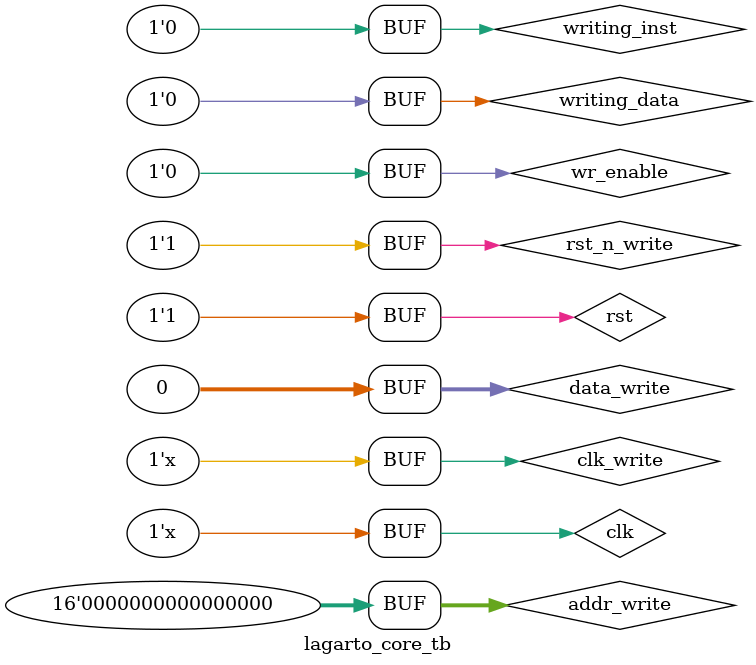
<source format=v>
module lagarto_core (
	rs1_addr_Ven_i,
	rs1_addr_i,
	rs1_data_o,
	inst_o,
	clk,
	rst,
	PC,
	data_int_0,
//	data_int_1,
//	data_int_2,
//	data_int_3,
	addr_int_0,
//	addr_int_1,
//	addr_int_2,
//	addr_int_3,
	enable_int_0,
//	enable_int_1,
//	enable_int_2,
//	enable_int_3,
//	data_float_0,
//	data_float_1,
//	data_float_2,
//	data_float_3,
//	addr_float_0,
//	addr_float_1,
//	addr_float_2,
//	addr_float_3,
//	enable_float_0,
//	enable_float_1,
//	enable_float_2,
//	enable_float_3,
	data_Dmem,
	addr_Dmem,
	enable_Dmem,
	clk_write,
	rst_n_write,
	writing_data,
	writing_inst,
	wr_enable,
	data_write,
	addr_write
);
//vector signal input/output
	input	wire			rs1_addr_Ven_i;
	input	wire	[5:0]	rs1_addr_i;
	output	wire	[63:0]	rs1_data_o;
	output	wire	[31:0]	inst_o;
//scalar signal input/output
	input clk;
	input rst;
	output wire [31:0] PC;
	output wire [63:0] data_int_0;
//	output wire [63:0] data_int_1;
//	output wire [63:0] data_int_2;
//	output wire [63:0] data_int_3;
	output wire [4:0] addr_int_0;
//	output wire [4:0] addr_int_1;
//	output wire [4:0] addr_int_2;
//	output wire [4:0] addr_int_3;
	output wire enable_int_0;
//	output wire enable_int_1;
//	output wire enable_int_2;
//	output wire enable_int_3;
//	output wire [63:0] data_float_0;
//	output wire [63:0] data_float_1;
//	output wire [63:0] data_float_2;
//	output wire [63:0] data_float_3;
//	output wire [4:0] addr_float_0;
//	output wire [4:0] addr_float_1;
//	output wire [4:0] addr_float_2;
//	output wire [4:0] addr_float_3;
//	output wire enable_float_0;
//	output wire enable_float_1;
//	output wire enable_float_2;
//	output wire enable_float_3;
	output wire [63:0] data_Dmem;
	output wire [63:0] addr_Dmem;
	output wire enable_Dmem;
	input clk_write;
	input rst_n_write;
	input writing_data;
	input writing_inst;
	input wr_enable;
	input [31:0] data_write;
	input [15:0] addr_write;
	wire [31:0] Data_MEM_out_Port;
	localparam drac_pkg_ADDR_SIZE = 40;
	wire [39:0] reset_addr_int;
	localparam riscv_pkg_INST_SIZE = 32;
	wire [33:0] resp_icache_cpu_int;
	wire [133:0] resp_dcache_cpu_int;
	wire [324:0] resp_csr_cpu_int;
	localparam riscv_pkg_XLEN = 64;
	wire [136:0] debug_int;
	wire [1:0] csr_priv_lvl_int;
	localparam drac_pkg_REGFILE_WIDTH = 5;
	wire [248:0] req_cpu_dcache_int;
	wire [43:0] req_cpu_icache_int;
	localparam drac_pkg_CSR_ADDR_SIZE = 12;
	localparam drac_pkg_CSR_CMD_SIZE = 3;
	wire [208:0] req_cpu_csr_int;
	wire [270:0] debug_o_int;
	wire [7:0] pmu_flags_int;
	localparam debugger_pkg_V_REGS = 32;
	localparam debugger_pkg_RF_IDX_BITS = 5;
	localparam debugger_pkg_ARCH_BITS = 64;
	wire [69:0] reg_file_wr_event_int;
	assign reset_addr_int = 1'sb0;
	assign resp_csr_cpu_int = 1'sb0;
	assign debug_int = 1'sb0;
	assign csr_priv_lvl_int = 2'b00;
	datapath lagarto_core(
		.rs1_addr_Ven_i		(rs1_addr_Ven_i	),
		.rs1_addr_i			(rs1_addr_i		),
		.rs1_data_o			(rs1_data_o		),
		.clk_i(clk),
		.rstn_i(rst),
		.reset_addr_i(reset_addr_int),
		.soft_rstn_i(1'b1),
		.resp_icache_cpu_i(resp_icache_cpu_int),
		.resp_dcache_cpu_i(resp_dcache_cpu_int),
		.resp_csr_cpu_i(resp_csr_cpu_int),
		.debug_i(debug_int),
		.csr_priv_lvl_i(csr_priv_lvl_int),
		.req_cpu_dcache_o(req_cpu_dcache_int),
		.req_cpu_icache_o(req_cpu_icache_int),
		.req_cpu_csr_o(req_cpu_csr_int),
		.debug_o(debug_o_int),
		.pmu_flags_o(pmu_flags_int),
		.reg_file_wr_event_o(reg_file_wr_event_int)
	);
	imem_interface imem_inst(
		.clk_extern_i(clk_write),
		.dbgr_we_i(wr_enable & writing_inst),
		.dbgr_addr_i(addr_write),
		.dbgr_data_i(data_write[31:0]),
		.req_fetch_icache_i(req_cpu_icache_int),
		.resp_icache_fetch_o(resp_icache_cpu_int)
	);
	
	assign	inst_o	=	resp_icache_cpu_int[32:1];
	
	localparam debugger_pkg_DCACHE_LINE_SIZE = 64;
	localparam debugger_pkg_DCACHE_LINE_BYTES = 8;
	localparam debugger_pkg_DCACHE_SIZE = 16384;
	localparam debugger_pkg_DCACHE_DEPTH = 2048;
	localparam debugger_pkg_DCACHE_IDX = 11;

	dmem_interface dmem_inst(
		.clk(clk_write),
//		.clk_en(clk),
//		.arst_n(rst_n_write),
		.req_cpu_dcache_i(req_cpu_dcache_int),
		.resp_dcache_cpu_o(resp_dcache_cpu_int)//,
//		.debugger_write_i(writing_data && wr_enable),
//		.debugger_data_i({32'b00000000000000000000000000000000, data_write}),
//		.debugger_addr_i(addr_write[10:0]),
//		.debugger_event_o(enable_Dmem),
//		.debugger_data_o(data_Dmem),
//		.debugger_addr_o(addr_Dmem[10:0])
	);	
	
//	dmem_interface dmem_inst(
//		.clk(clk_write),
//		.clk_en(clk),
//		.arst_n(rst_n_write),
//		.req_cpu_dcache_i(req_cpu_dcache_int),
//		.resp_dcache_cpu_o(resp_dcache_cpu_int),
//		.debugger_write_i(writing_data && wr_enable),
//		.debugger_data_i({32'b00000000000000000000000000000000, data_write}),
//		.debugger_addr_i(addr_write[10:0]),
//		.debugger_event_o(enable_Dmem),
//		.debugger_data_o(data_Dmem),
//		.debugger_addr_o(addr_Dmem[10:0])
//	);
	assign addr_Dmem[63:debugger_pkg_DCACHE_IDX] = {52 {1'b0}};
	assign PC = debug_o_int[102:71];
	assign data_int_0 = reg_file_wr_event_int[64:1];
//	assign data_int_1 = 1'sb0;
//	assign data_int_2 = 1'sb0;
//	assign data_int_3 = 1'sb0;
	assign addr_int_0 = reg_file_wr_event_int[69-:5];
//	assign addr_int_1 = 1'sb0;
//	assign addr_int_2 = 1'sb0;
//	assign addr_int_3 = 1'sb0;
	assign enable_int_0 = reg_file_wr_event_int[0];
//	assign enable_int_1 = 1'sb0;
//	assign enable_int_2 = 1'sb0;
//	assign enable_int_3 = 1'sb0;
//	assign data_float_0 = 1'sb0;
//	assign data_float_1 = 1'sb0;
//	assign data_float_2 = 1'sb0;
//	assign data_float_3 = 1'sb0;
//	assign addr_float_0 = 1'sb0;
//	assign addr_float_1 = 1'sb0;
//	assign addr_float_2 = 1'sb0;
//	assign addr_float_3 = 1'sb0;
//	assign enable_float_0 = 1'sb0;
//	assign enable_float_1 = 1'sb0;
//	assign enable_float_2 = 1'sb0;
//	assign enable_float_3 = 1'sb0;
endmodule

module	lagarto_core_tb	();
	//inputs
	reg				clk;
	reg				rst;
	reg				clk_write;
	reg				rst_n_write;
	reg				writing_data;
	reg				writing_inst;
	reg				wr_enable;
	reg	[31:0]	data_write;
	reg	[15:0]	addr_write;

	
	//outputs
	wire	[31:0]	PC;
	wire	[63:0]	data_int_0;
	wire	[4:0]		addr_int_0;
	wire				enable_int_0;
	wire	[63:0]	data_Dmem;
	wire	[63:0]	addr_Dmem;
	wire				enable_Dmem;
	
	initial
	begin
		clk				=	1'b1;
		rst				=	1'b0;
		clk_write		=	1'b1;
		rst_n_write		=	1'b0;
		writing_data	=	1'b0;
		writing_inst	=	1'b0;
		wr_enable		=	1'b0;
		data_write		=	32'b0;
		addr_write		=	16'b0;
	end

	lagarto_core		core_tb	(
		.clk					(clk				),
		.rst					(rst				),
		.clk_write			(clk_write		),
		.rst_n_write		(rst_n_write	),
		.writing_data		(writing_data	),
		.writing_inst		(writing_inst	),
		.wr_enable			(wr_enable		),
		.data_write			(data_write		),
		.addr_write			(addr_write		),
		.PC					(PC				),
		.data_int_0			(data_int_0		),
		.addr_int_0			(addr_int_0		),
		.enable_int_0		(enable_int_0	),
		.data_Dmem			(data_Dmem		),
		.addr_Dmem			(addr_Dmem		),
		.enable_Dmem		(enable_Dmem	)
	);						
	
	always
	begin
		#50
			clk			=	~clk;
			clk_write	=	~clk_write;
	end
	
	always
	begin
		#100
			rst			=	1'b1;
			rst_n_write	=	1'b1;
	end
endmodule 
</source>
